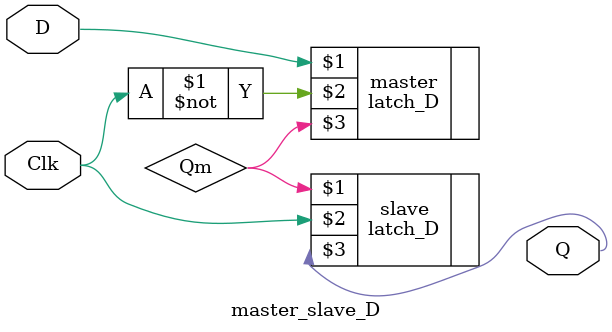
<source format=v>
module master_slave_D(
	input D, Clk,
	output Q);

	wire Qm /* synthesis keep */ ;
	
	latch_D master(D, ~Clk, Qm);
	latch_D slave(Qm, Clk, Q);
	
endmodule

</source>
